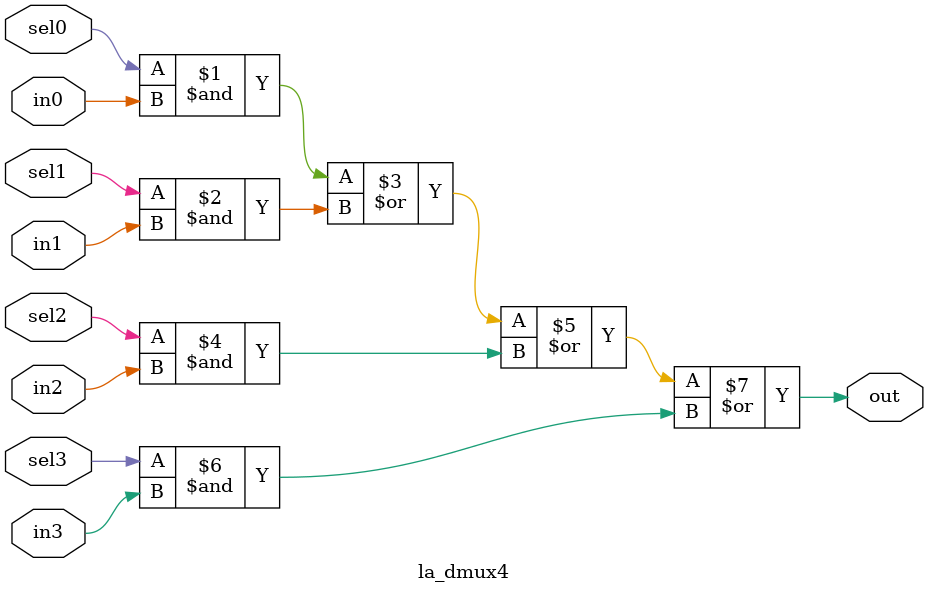
<source format=v>
module la_dmux4 #(parameter PROP = "DEFAULT")   (
    input  sel3,
    input  sel2,
    input  sel1,
    input  sel0,
    input  in3,
    input  in2,
    input  in1,
    input  in0,
    output out
    );

   assign out = sel0 & in0 |
		sel1 & in1 |
		sel2 & in2 |
		sel3 & in3;

endmodule

</source>
